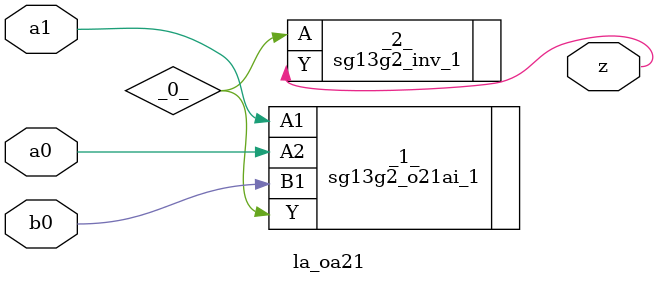
<source format=v>

/* Generated by Yosys 0.44 (git sha1 80ba43d26, g++ 11.4.0-1ubuntu1~22.04 -fPIC -O3) */

(* top =  1  *)
(* src = "generated" *)
module la_oa21 (
    a0,
    a1,
    b0,
    z
);
  wire _0_;
  (* src = "generated" *)
  input a0;
  wire a0;
  (* src = "generated" *)
  input a1;
  wire a1;
  (* src = "generated" *)
  input b0;
  wire b0;
  (* src = "generated" *)
  output z;
  wire z;
  sg13g2_o21ai_1 _1_ (
      .A1(a1),
      .A2(a0),
      .B1(b0),
      .Y (_0_)
  );
  sg13g2_inv_1 _2_ (
      .A(_0_),
      .Y(z)
  );
endmodule

</source>
